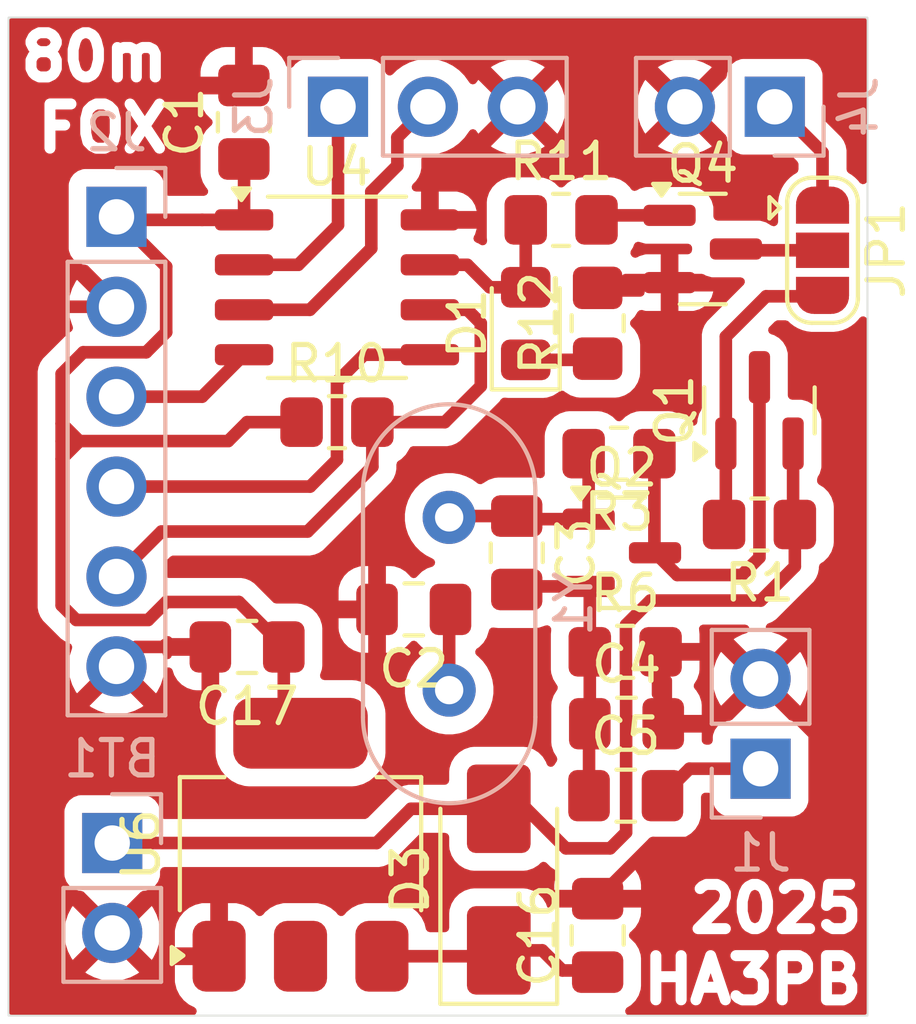
<source format=kicad_pcb>
(kicad_pcb (version 20241229) (generator "pcbnew") (generator_version "9.0")
  (layers (0 "F.Cu" signal) (2 "B.Cu" signal) (5 "F.SilkS" user "F.Silkscreen") (25 "Edge.Cuts" user))
  (net 0 "")
  (net 1 "+9V")
  (net 2 "GND")
  (net 3 "Net-(C2-Pad1)")
  (net 4 "Net-(Q2-B)")
  (net 5 "Net-(Q2-E)")
  (net 6 "Net-(J1-Pin_1)")
  (net 7 "Net-(D3-K)")
  (net 8 "+3V3")
  (net 9 "Net-(D1-A)")
  (net 10 "Net-(D1-K)")
  (net 11 "/CLK")
  (net 12 "/NRST")
  (net 13 "/DIO")
  (net 14 "/USART1_TX")
  (net 15 "/USART1_RX")
  (net 16 "Net-(Q1-D)")
  (net 17 "Net-(Q4-B)")
  (net 18 "Net-(J4-Pin_1)")
  (net 19 "Net-(JP1-B)")
  (net 20 "Net-(JP1-C)")
  (footprint "Resistor_SMD:R_0805_2012Metric_Pad1.20x1.40mm_HandSolder" (layer "F.Cu") (at 120.396 89.916 90)
    (property "Reference" "R12" (at 0 -1.65 90) (layer "F.SilkS"))
    (property "Value" "470")
    (fp_line (start -0.227064 -0.735) (end 0.227064 -0.735) (stroke (width 0.12)) (layer "F.SilkS"))
    (fp_line (start -0.227064 0.735) (end 0.227064 0.735) (stroke (width 0.12)) (layer "F.SilkS"))
    (pad "1" smd roundrect (at -1 0 90) (size 1.2 1.4) (layers "F.Cu" "F.Mask" "F.Paste") (roundrect_rratio 0.208333) (net 10 "Net-(D1-K)"))
    (pad "2" smd roundrect (at 1 0 90) (size 1.2 1.4) (layers "F.Cu" "F.Mask" "F.Paste") (roundrect_rratio 0.208333) (net 2 "GND"))
  )
  (footprint "Resistor_SMD:R_0805_2012Metric_Pad1.20x1.40mm_HandSolder" (layer "F.Cu") (at 119.364 86.995)
    (property "Reference" "R11" (at 0 -1.65 0) (layer "F.SilkS"))
    (property "Value" "2k2")
    (fp_line (start -0.227064 -0.735) (end 0.227064 -0.735) (stroke (width 0.12)) (layer "F.SilkS"))
    (fp_line (start -0.227064 0.735) (end 0.227064 0.735) (stroke (width 0.12)) (layer "F.SilkS"))
    (pad "1" smd roundrect (at -1 0) (size 1.2 1.4) (layers "F.Cu" "F.Mask" "F.Paste") (roundrect_rratio 0.208333) (net 9 "Net-(D1-A)"))
    (pad "2" smd roundrect (at 1 0) (size 1.2 1.4) (layers "F.Cu" "F.Mask" "F.Paste") (roundrect_rratio 0.208333) (net 17 "Net-(Q4-B)"))
  )
  (footprint "Jumper:SolderJumper-3_P1.3mm_Open_RoundedPad1.0x1.5mm" (layer "F.Cu") (at 126.75 87.854 -90)
    (property "Reference" "JP1" (at 0 -1.8 90) (layer "F.SilkS"))
    (property "Value" "KEY")
    (fp_line (start -1.5 1.5) (end -0.9 1.5) (stroke (width 0.12)) (layer "F.SilkS"))
    (fp_line (start -1.2 1.2) (end -1.5 1.5) (stroke (width 0.12)) (layer "F.SilkS"))
    (fp_line (start -1.2 1.2) (end -0.9 1.5) (stroke (width 0.12)) (layer "F.SilkS"))
    (fp_line (start 1.4 1) (end -1.4 1) (stroke (width 0.12)) (layer "F.SilkS"))
    (fp_line (start -2.05 0.3) (end -2.05 -0.3) (stroke (width 0.12)) (layer "F.SilkS"))
    (fp_line (start 2.05 -0.3) (end 2.05 0.3) (stroke (width 0.12)) (layer "F.SilkS"))
    (fp_line (start -1.4 -1) (end 1.4 -1) (stroke (width 0.12)) (layer "F.SilkS"))
    (fp_arc (start -1.35 1) (mid -1.844975 0.794975) (end -2.05 0.3) (stroke (width 0.12)) (layer "F.SilkS"))
    (fp_arc (start 2.05 0.3) (mid 1.844975 0.794975) (end 1.35 1) (stroke (width 0.12)) (layer "F.SilkS"))
    (fp_arc (start -2.05 -0.3) (mid -1.844975 -0.794975) (end -1.35 -1) (stroke (width 0.12)) (layer "F.SilkS"))
    (fp_arc (start 1.35 -1) (mid 1.844975 -0.794975) (end 2.05 -0.3) (stroke (width 0.12)) (layer "F.SilkS"))
    (pad "1" smd custom (at -1.3 0 270) (size 1 0.5) (layers "F.Cu" "F.Mask") (net 18 "Net-(J4-Pin_1)") (options (clearance outline) (anchor rect)) (primitives (gr_circle (center 0 0.25) (end 0.5 0.25) (width 0) (fill yes)) (gr_circle (center 0 -0.25) (end 0.5 -0.25) (width 0) (fill yes)) (gr_poly (pts (xy 0.55 0.75) (xy 0 0.75) (xy 0 -0.75) (xy 0.55 -0.75)) (width 0) (fill yes))))
    (pad "2" smd rect (at 0 0 270) (size 1 1.5) (layers "F.Cu" "F.Mask") (net 20 "Net-(JP1-C)"))
    (pad "3" smd custom (at 1.3 0 270) (size 1 0.5) (layers "F.Cu" "F.Mask") (net 19 "Net-(JP1-B)") (options (clearance outline) (anchor rect)) (primitives (gr_circle (center 0 0.25) (end 0.5 0.25) (width 0) (fill yes)) (gr_circle (center 0 -0.25) (end 0.5 -0.25) (width 0) (fill yes)) (gr_poly (pts (xy 0 0.75) (xy -0.55 0.75) (xy -0.55 -0.75) (xy 0 -0.75)) (width 0) (fill yes))))
  )
  (footprint "Capacitor_SMD:C_0805_2012Metric_Pad1.18x1.45mm_HandSolder" (layer "F.Cu") (at 110.49 99.06 180)
    (property "Reference" "C17" (at 0 -1.68 0) (layer "F.SilkS"))
    (property "Value" "10u")
    (fp_line (start -0.261252 0.735) (end 0.261252 0.735) (stroke (width 0.12)) (layer "F.SilkS"))
    (fp_line (start -0.261252 -0.735) (end 0.261252 -0.735) (stroke (width 0.12)) (layer "F.SilkS"))
    (pad "1" smd roundrect (at -1.0375 0 180) (size 1.175 1.45) (layers "F.Cu" "F.Mask" "F.Paste") (roundrect_rratio 0.212766) (net 8 "+3V3"))
    (pad "2" smd roundrect (at 1.0375 0 180) (size 1.175 1.45) (layers "F.Cu" "F.Mask" "F.Paste") (roundrect_rratio 0.212766) (net 2 "GND"))
  )
  (footprint "Package_TO_SOT_SMD:SOT-23" (layer "F.Cu") (at 121.0795 96.4)
    (property "Reference" "Q2" (at 0 -2.4 0) (layer "F.SilkS"))
    (property "Value" "BC847")
    (fp_line (start 0 -1.56) (end -0.65 -1.56) (stroke (width 0.12)) (layer "F.SilkS"))
    (fp_line (start 0 -1.56) (end 0.65 -1.56) (stroke (width 0.12)) (layer "F.SilkS"))
    (fp_line (start 0 1.56) (end -0.65 1.56) (stroke (width 0.12)) (layer "F.SilkS"))
    (fp_line (start 0 1.56) (end 0.65 1.56) (stroke (width 0.12)) (layer "F.SilkS"))
    (fp_poly (pts (xy -1.1625 -1.51) (xy -1.4025 -1.84) (xy -0.9225 -1.84)) (stroke (width 0.12)) (fill yes) (layer "F.SilkS"))
    (pad "1" smd roundrect (at -0.9375 -0.95) (size 1.475 0.6) (layers "F.Cu" "F.Mask" "F.Paste") (net 4 "Net-(Q2-B)"))
    (pad "2" smd roundrect (at -0.9375 0.95) (size 1.475 0.6) (layers "F.Cu" "F.Mask" "F.Paste") (net 5 "Net-(Q2-E)"))
    (pad "3" smd roundrect (at 0.9375 0) (size 1.475 0.6) (layers "F.Cu" "F.Mask" "F.Paste") (net 16 "Net-(Q1-D)"))
  )
  (footprint "Diode_SMD:D_SMA" (layer "F.Cu") (at 117.602 105.632 90)
    (property "Reference" "D3" (at 0 -2.5 90) (layer "F.SilkS"))
    (property "Value" "SS24")
    (fp_line (start -3.51 -1.65) (end 2 -1.65) (stroke (width 0.12)) (layer "F.SilkS"))
    (fp_line (start -3.51 -1.65) (end -3.51 1.65) (stroke (width 0.12)) (layer "F.SilkS"))
    (fp_line (start -3.51 1.65) (end 2 1.65) (stroke (width 0.12)) (layer "F.SilkS"))
    (pad "1" smd roundrect (at -2 0 90) (size 2.5 1.8) (layers "F.Cu" "F.Mask" "F.Paste") (roundrect_rratio 0.1388888889) (net 7 "Net-(D3-K)"))
    (pad "2" smd roundrect (at 2 0 90) (size 2.5 1.8) (layers "F.Cu" "F.Mask" "F.Paste") (roundrect_rratio 0.1388888889) (net 1 "+9V"))
  )
  (footprint "Capacitor_SMD:C_0805_2012Metric_Pad1.18x1.45mm_HandSolder" (layer "F.Cu") (at 110.4 84.2375 90)
    (property "Reference" "C1" (at 0 -1.68 90) (layer "F.SilkS"))
    (property "Value" "100n")
    (fp_line (start -0.261252 -0.735) (end 0.261252 -0.735) (stroke (width 0.12)) (layer "F.SilkS"))
    (fp_line (start -0.261252 0.735) (end 0.261252 0.735) (stroke (width 0.12)) (layer "F.SilkS"))
    (pad "1" smd roundrect (at -1.0375 0 90) (size 1.175 1.45) (layers "F.Cu" "F.Mask" "F.Paste") (roundrect_rratio 0.212766) (net 8 "+3V3"))
    (pad "2" smd roundrect (at 1.0375 0 90) (size 1.175 1.45) (layers "F.Cu" "F.Mask" "F.Paste") (roundrect_rratio 0.212766) (net 2 "GND"))
  )
  (footprint "Package_SO:SOP-8_3.9x4.9mm_P1.27mm" (layer "F.Cu") (at 113.03 88.9)
    (property "Reference" "U4" (at 0 -3.4 0) (layer "F.SilkS"))
    (property "Value" "~")
    (fp_line (start 0 -2.56) (end -1.95 -2.56) (stroke (width 0.12)) (layer "F.SilkS"))
    (fp_line (start 0 -2.56) (end 1.95 -2.56) (stroke (width 0.12)) (layer "F.SilkS"))
    (fp_line (start 0 2.56) (end -1.95 2.56) (stroke (width 0.12)) (layer "F.SilkS"))
    (fp_line (start 0 2.56) (end 1.95 2.56) (stroke (width 0.12)) (layer "F.SilkS"))
    (fp_poly (pts (xy -2.7 -2.465) (xy -2.94 -2.795) (xy -2.46 -2.795)) (stroke (width 0.12)) (fill yes) (layer "F.SilkS"))
    (pad "1" smd roundrect (at -2.625 -1.905) (size 1.65 0.6) (layers "F.Cu" "F.Mask" "F.Paste") (net 8 "+3V3"))
    (pad "2" smd roundrect (at -2.625 -0.635) (size 1.65 0.6) (layers "F.Cu" "F.Mask" "F.Paste") (net 14 "/USART1_TX"))
    (pad "3" smd roundrect (at -2.625 0.635) (size 1.65 0.6) (layers "F.Cu" "F.Mask" "F.Paste") (net 15 "/USART1_RX"))
    (pad "4" smd roundrect (at -2.625 1.905) (size 1.65 0.6) (layers "F.Cu" "F.Mask" "F.Paste") (net 11 "/CLK"))
    (pad "5" smd roundrect (at 2.625 1.905) (size 1.65 0.6) (layers "F.Cu" "F.Mask" "F.Paste") (net 13 "/DIO"))
    (pad "6" smd roundrect (at 2.625 0.635) (size 1.65 0.6) (layers "F.Cu" "F.Mask" "F.Paste") (net 12 "/NRST"))
    (pad "7" smd roundrect (at 2.625 -0.635) (size 1.65 0.6) (layers "F.Cu" "F.Mask" "F.Paste") (net 9 "Net-(D1-A)"))
    (pad "8" smd roundrect (at 2.625 -1.905) (size 1.65 0.6) (layers "F.Cu" "F.Mask" "F.Paste") (net 2 "GND"))
  )
  (footprint "Package_TO_SOT_SMD:SOT-223-3_TabPin2" (layer "F.Cu") (at 112 104.648 90)
    (property "Reference" "U6" (at 0 -4.5 90) (layer "F.SilkS"))
    (property "Value" "LD1117S33TR_SOT223")
    (fp_line (start 1.91 -3.41) (end 1.91 -2.15) (stroke (width 0.12)) (layer "F.SilkS"))
    (fp_line (start -1.85 -3.41) (end 1.91 -3.41) (stroke (width 0.12)) (layer "F.SilkS"))
    (fp_line (start 1.91 3.41) (end 1.91 2.15) (stroke (width 0.12)) (layer "F.SilkS"))
    (fp_line (start -1.85 3.41) (end 1.91 3.41) (stroke (width 0.12)) (layer "F.SilkS"))
    (fp_poly (pts (xy -3.13 -3.31) (xy -3.37 -3.64) (xy -2.89 -3.64) (xy -3.13 -3.31)) (stroke (width 0.12)) (fill yes) (layer "F.SilkS"))
    (pad "1" smd roundrect (at -3.15 -2.3 90) (size 2 1.5) (layers "F.Cu" "F.Mask" "F.Paste") (net 2 "GND"))
    (pad "2" smd roundrect (at -3.15 0 90) (size 2 1.5) (layers "F.Cu" "F.Mask" "F.Paste") (net 8 "+3V3"))
    (pad "2" smd roundrect (at 3.15 0 90) (size 2 3.8) (layers "F.Cu" "F.Mask" "F.Paste") (net 8 "+3V3"))
    (pad "3" smd roundrect (at -3.15 2.3 90) (size 2 1.5) (layers "F.Cu" "F.Mask" "F.Paste") (net 7 "Net-(D3-K)"))
  )
  (footprint "Resistor_SMD:R_0805_2012Metric_Pad1.20x1.40mm_HandSolder" (layer "F.Cu") (at 121.174 99.198)
    (property "Reference" "R6" (at 0 -1.65 0) (layer "F.SilkS"))
    (property "Value" "2k2")
    (fp_line (start -0.227064 -0.735) (end 0.227064 -0.735) (stroke (width 0.12)) (layer "F.SilkS"))
    (fp_line (start -0.227064 0.735) (end 0.227064 0.735) (stroke (width 0.12)) (layer "F.SilkS"))
    (pad "1" smd roundrect (at -1 0) (size 1.2 1.4) (layers "F.Cu" "F.Mask" "F.Paste") (roundrect_rratio 0.208333) (net 5 "Net-(Q2-E)"))
    (pad "2" smd roundrect (at 1 0) (size 1.2 1.4) (layers "F.Cu" "F.Mask" "F.Paste") (roundrect_rratio 0.208333) (net 2 "GND"))
  )
  (footprint "Capacitor_SMD:C_0805_2012Metric_Pad1.18x1.45mm_HandSolder" (layer "F.Cu") (at 120.396 107.2095 90)
    (property "Reference" "C16" (at 0 -1.68 90) (layer "F.SilkS"))
    (property "Value" "100n")
    (fp_line (start -0.261252 -0.735) (end 0.261252 -0.735) (stroke (width 0.12)) (layer "F.SilkS"))
    (fp_line (start -0.261252 0.735) (end 0.261252 0.735) (stroke (width 0.12)) (layer "F.SilkS"))
    (pad "1" smd roundrect (at -1.0375 0 90) (size 1.175 1.45) (layers "F.Cu" "F.Mask" "F.Paste") (roundrect_rratio 0.212766) (net 7 "Net-(D3-K)"))
    (pad "2" smd roundrect (at 1.0375 0 90) (size 1.175 1.45) (layers "F.Cu" "F.Mask" "F.Paste") (roundrect_rratio 0.212766) (net 2 "GND"))
  )
  (footprint "Capacitor_SMD:C_0805_2012Metric_Pad1.18x1.45mm_HandSolder" (layer "F.Cu") (at 121.2115 101.23)
    (property "Reference" "C4" (at 0 -1.68 0) (layer "F.SilkS"))
    (property "Value" "180p")
    (fp_line (start -0.261252 -0.735) (end 0.261252 -0.735) (stroke (width 0.12)) (layer "F.SilkS"))
    (fp_line (start -0.261252 0.735) (end 0.261252 0.735) (stroke (width 0.12)) (layer "F.SilkS"))
    (pad "1" smd roundrect (at -1.0375 0) (size 1.175 1.45) (layers "F.Cu" "F.Mask" "F.Paste") (roundrect_rratio 0.212766) (net 5 "Net-(Q2-E)"))
    (pad "2" smd roundrect (at 1.0375 0) (size 1.175 1.45) (layers "F.Cu" "F.Mask" "F.Paste") (roundrect_rratio 0.212766) (net 2 "GND"))
  )
  (footprint "Capacitor_SMD:C_0805_2012Metric_Pad1.18x1.45mm_HandSolder" (layer "F.Cu") (at 115.2 98 180)
    (property "Reference" "C2" (at 0 -1.68 0) (layer "F.SilkS"))
    (property "Value" "6p8")
    (fp_line (start -0.261252 0.735) (end 0.261252 0.735) (stroke (width 0.12)) (layer "F.SilkS"))
    (fp_line (start -0.261252 -0.735) (end 0.261252 -0.735) (stroke (width 0.12)) (layer "F.SilkS"))
    (pad "1" smd roundrect (at -1.0375 0 180) (size 1.175 1.45) (layers "F.Cu" "F.Mask" "F.Paste") (roundrect_rratio 0.212766) (net 3 "Net-(C2-Pad1)"))
    (pad "2" smd roundrect (at 1.0375 0 180) (size 1.175 1.45) (layers "F.Cu" "F.Mask" "F.Paste") (roundrect_rratio 0.212766) (net 2 "GND"))
  )
  (footprint "Package_TO_SOT_SMD:SOT-23" (layer "F.Cu") (at 124.968 92.3775 90)
    (property "Reference" "Q1" (at 0 -2.4 90) (layer "F.SilkS"))
    (property "Value" "FHK3401")
    (fp_line (start 0 -1.56) (end 0.65 -1.56) (stroke (width 0.12)) (layer "F.SilkS"))
    (fp_line (start 0 -1.56) (end -0.65 -1.56) (stroke (width 0.12)) (layer "F.SilkS"))
    (fp_line (start 0 1.56) (end 0.65 1.56) (stroke (width 0.12)) (layer "F.SilkS"))
    (fp_line (start 0 1.56) (end -0.65 1.56) (stroke (width 0.12)) (layer "F.SilkS"))
    (fp_poly (pts (xy -1.1625 -1.51) (xy -1.4025 -1.84) (xy -0.9225 -1.84)) (stroke (width 0.12)) (fill yes) (layer "F.SilkS"))
    (pad "1" smd roundrect (at -0.9375 -0.95 90) (size 1.475 0.6) (layers "F.Cu" "F.Mask" "F.Paste") (net 19 "Net-(JP1-B)"))
    (pad "2" smd roundrect (at -0.9375 0.95 90) (size 1.475 0.6) (layers "F.Cu" "F.Mask" "F.Paste") (net 1 "+9V"))
    (pad "3" smd roundrect (at 0.9375 0 90) (size 1.475 0.6) (layers "F.Cu" "F.Mask" "F.Paste") (net 16 "Net-(Q1-D)"))
  )
  (footprint "Capacitor_SMD:C_0805_2012Metric_Pad1.18x1.45mm_HandSolder" (layer "F.Cu") (at 121.19 103.262)
    (property "Reference" "C5" (at 0 -1.68 0) (layer "F.SilkS"))
    (property "Value" "180p")
    (fp_line (start -0.261252 -0.735) (end 0.261252 -0.735) (stroke (width 0.12)) (layer "F.SilkS"))
    (fp_line (start -0.261252 0.735) (end 0.261252 0.735) (stroke (width 0.12)) (layer "F.SilkS"))
    (pad "1" smd roundrect (at -1.0375 0) (size 1.175 1.45) (layers "F.Cu" "F.Mask" "F.Paste") (roundrect_rratio 0.212766) (net 5 "Net-(Q2-E)"))
    (pad "2" smd roundrect (at 1.0375 0) (size 1.175 1.45) (layers "F.Cu" "F.Mask" "F.Paste") (roundrect_rratio 0.212766) (net 6 "Net-(J1-Pin_1)"))
  )
  (footprint "LED_SMD:LED_0805_2012Metric_Pad1.15x1.40mm_HandSolder" (layer "F.Cu") (at 118.364 89.925 90)
    (property "Reference" "D1" (at 0 -1.65 90) (layer "F.SilkS"))
    (property "Value" "LED")
    (fp_line (start 1 -0.96) (end -1.86 -0.96) (stroke (width 0.12)) (layer "F.SilkS"))
    (fp_line (start -1.86 -0.96) (end -1.86 0.96) (stroke (width 0.12)) (layer "F.SilkS"))
    (fp_line (start -1.86 0.96) (end 1 0.96) (stroke (width 0.12)) (layer "F.SilkS"))
    (pad "1" smd roundrect (at -1.025 0 90) (size 1.15 1.4) (layers "F.Cu" "F.Mask" "F.Paste") (roundrect_rratio 0.217391) (net 10 "Net-(D1-K)"))
    (pad "2" smd roundrect (at 1.025 0 90) (size 1.15 1.4) (layers "F.Cu" "F.Mask" "F.Paste") (roundrect_rratio 0.217391) (net 9 "Net-(D1-A)"))
  )
  (footprint "Resistor_SMD:R_0805_2012Metric_Pad1.20x1.40mm_HandSolder" (layer "F.Cu") (at 121 93.6 180)
    (property "Reference" "R3" (at 0 -1.65 0) (layer "F.SilkS"))
    (property "Value" "220k")
    (fp_line (start -0.227064 0.735) (end 0.227064 0.735) (stroke (width 0.12)) (layer "F.SilkS"))
    (fp_line (start -0.227064 -0.735) (end 0.227064 -0.735) (stroke (width 0.12)) (layer "F.SilkS"))
    (pad "1" smd roundrect (at -1 0 180) (size 1.2 1.4) (layers "F.Cu" "F.Mask" "F.Paste") (roundrect_rratio 0.208333) (net 16 "Net-(Q1-D)"))
    (pad "2" smd roundrect (at 1 0 180) (size 1.2 1.4) (layers "F.Cu" "F.Mask" "F.Paste") (roundrect_rratio 0.208333) (net 4 "Net-(Q2-B)"))
  )
  (footprint "Resistor_SMD:R_0805_2012Metric_Pad1.20x1.40mm_HandSolder" (layer "F.Cu") (at 113.03 92.71)
    (property "Reference" "R10" (at 0 -1.65 0) (layer "F.SilkS"))
    (property "Value" "10k")
    (fp_line (start -0.227064 -0.735) (end 0.227064 -0.735) (stroke (width 0.12)) (layer "F.SilkS"))
    (fp_line (start -0.227064 0.735) (end 0.227064 0.735) (stroke (width 0.12)) (layer "F.SilkS"))
    (pad "1" smd roundrect (at -1 0) (size 1.2 1.4) (layers "F.Cu" "F.Mask" "F.Paste") (roundrect_rratio 0.208333) (net 8 "+3V3"))
    (pad "2" smd roundrect (at 1 0) (size 1.2 1.4) (layers "F.Cu" "F.Mask" "F.Paste") (roundrect_rratio 0.208333) (net 12 "/NRST"))
  )
  (footprint "Capacitor_SMD:C_0805_2012Metric_Pad1.18x1.45mm_HandSolder" (layer "F.Cu") (at 118.11 96.4 -90)
    (property "Reference" "C3" (at 0 -1.68 90) (layer "F.SilkS"))
    (property "Value" "180p")
    (fp_line (start -0.261252 0.735) (end 0.261252 0.735) (stroke (width 0.12)) (layer "F.SilkS"))
    (fp_line (start -0.261252 -0.735) (end 0.261252 -0.735) (stroke (width 0.12)) (layer "F.SilkS"))
    (pad "1" smd roundrect (at -1.0375 0 270) (size 1.175 1.45) (layers "F.Cu" "F.Mask" "F.Paste") (roundrect_rratio 0.212766) (net 4 "Net-(Q2-B)"))
    (pad "2" smd roundrect (at 1.0375 0 270) (size 1.175 1.45) (layers "F.Cu" "F.Mask" "F.Paste") (roundrect_rratio 0.212766) (net 5 "Net-(Q2-E)"))
  )
  (footprint "Package_TO_SOT_SMD:SOT-23" (layer "F.Cu") (at 123.3655 87.818)
    (property "Reference" "Q4" (at 0 -2.4 0) (layer "F.SilkS"))
    (property "Value" "BC847")
    (fp_line (start 0 -1.56) (end -0.65 -1.56) (stroke (width 0.12)) (layer "F.SilkS"))
    (fp_line (start 0 -1.56) (end 0.65 -1.56) (stroke (width 0.12)) (layer "F.SilkS"))
    (fp_line (start 0 1.56) (end -0.65 1.56) (stroke (width 0.12)) (layer "F.SilkS"))
    (fp_line (start 0 1.56) (end 0.65 1.56) (stroke (width 0.12)) (layer "F.SilkS"))
    (fp_poly (pts (xy -1.1625 -1.51) (xy -1.4025 -1.84) (xy -0.9225 -1.84)) (stroke (width 0.12)) (fill yes) (layer "F.SilkS"))
    (pad "1" smd roundrect (at -0.9375 -0.95) (size 1.475 0.6) (layers "F.Cu" "F.Mask" "F.Paste") (net 17 "Net-(Q4-B)"))
    (pad "2" smd roundrect (at -0.9375 0.95) (size 1.475 0.6) (layers "F.Cu" "F.Mask" "F.Paste") (net 2 "GND"))
    (pad "3" smd roundrect (at 0.9375 0) (size 1.475 0.6) (layers "F.Cu" "F.Mask" "F.Paste") (net 20 "Net-(JP1-C)"))
  )
  (footprint "Resistor_SMD:R_0805_2012Metric_Pad1.20x1.40mm_HandSolder" (layer "F.Cu") (at 124.968 95.601 180)
    (property "Reference" "R1" (at 0 -1.65 0) (layer "F.SilkS"))
    (property "Value" "220k")
    (fp_line (start -0.227064 0.735) (end 0.227064 0.735) (stroke (width 0.12)) (layer "F.SilkS"))
    (fp_line (start -0.227064 -0.735) (end 0.227064 -0.735) (stroke (width 0.12)) (layer "F.SilkS"))
    (pad "1" smd roundrect (at -1 0 180) (size 1.2 1.4) (layers "F.Cu" "F.Mask" "F.Paste") (roundrect_rratio 0.208333) (net 1 "+9V"))
    (pad "2" smd roundrect (at 1 0 180) (size 1.2 1.4) (layers "F.Cu" "F.Mask" "F.Paste") (roundrect_rratio 0.208333) (net 19 "Net-(JP1-B)"))
  )
  (footprint "Connector_PinHeader_2.54mm:PinHeader_1x02_P2.54mm_Vertical" (layer "B.Cu") (at 125 102.5)
    (property "Reference" "J1" (at 0 2.38 0) (layer "B.SilkS") (effects (justify mirror)))
    (property "Value" "ANT")
    (fp_line (start -1.38 -3.92) (end 1.38 -3.92) (stroke (width 0.12)) (layer "B.SilkS"))
    (fp_line (start -1.38 -1.27) (end -1.38 -3.92) (stroke (width 0.12)) (layer "B.SilkS"))
    (fp_line (start -1.38 -1.27) (end 1.38 -1.27) (stroke (width 0.12)) (layer "B.SilkS"))
    (fp_line (start -1.38 0) (end -1.38 1.38) (stroke (width 0.12)) (layer "B.SilkS"))
    (fp_line (start -1.38 1.38) (end 0 1.38) (stroke (width 0.12)) (layer "B.SilkS"))
    (fp_line (start 1.38 -1.27) (end 1.38 -3.92) (stroke (width 0.12)) (layer "B.SilkS"))
    (pad "1" thru_hole rect (at 0 0) (size 1.7 1.7) (drill 1) (layers "*.Cu" "*.Mask") (net 6 "Net-(J1-Pin_1)"))
    (pad "2" thru_hole circle (at 0 -2.54) (size 1.7 1.7) (drill 1) (layers "*.Cu" "*.Mask") (net 2 "GND"))
  )
  (footprint "Connector_PinHeader_2.54mm:PinHeader_1x06_P2.54mm_Vertical" (layer "B.Cu") (at 106.8 86.91 180)
    (property "Reference" "J2" (at 0 2.38 0) (layer "B.SilkS") (effects (justify mirror)))
    (property "Value" "PROG")
    (fp_line (start 1.38 -1.27) (end 1.38 -14.08) (stroke (width 0.12)) (layer "B.SilkS"))
    (fp_line (start -1.38 1.38) (end 0 1.38) (stroke (width 0.12)) (layer "B.SilkS"))
    (fp_line (start -1.38 0) (end -1.38 1.38) (stroke (width 0.12)) (layer "B.SilkS"))
    (fp_line (start -1.38 -1.27) (end 1.38 -1.27) (stroke (width 0.12)) (layer "B.SilkS"))
    (fp_line (start -1.38 -1.27) (end -1.38 -14.08) (stroke (width 0.12)) (layer "B.SilkS"))
    (fp_line (start -1.38 -14.08) (end 1.38 -14.08) (stroke (width 0.12)) (layer "B.SilkS"))
    (pad "1" thru_hole rect (at 0 0 180) (size 1.7 1.7) (drill 1) (layers "*.Cu" "*.Mask") (net 8 "+3V3"))
    (pad "2" thru_hole circle (at 0 -2.54 180) (size 1.7 1.7) (drill 1) (layers "*.Cu" "*.Mask") (net 2 "GND"))
    (pad "3" thru_hole circle (at 0 -5.08 180) (size 1.7 1.7) (drill 1) (layers "*.Cu" "*.Mask") (net 11 "/CLK"))
    (pad "4" thru_hole circle (at 0 -7.62 180) (size 1.7 1.7) (drill 1) (layers "*.Cu" "*.Mask") (net 13 "/DIO"))
    (pad "5" thru_hole circle (at 0 -10.16 180) (size 1.7 1.7) (drill 1) (layers "*.Cu" "*.Mask") (net 12 "/NRST"))
    (pad "6" thru_hole circle (at 0 -12.7 180) (size 1.7 1.7) (drill 1) (layers "*.Cu" "*.Mask") (net 2 "GND"))
  )
  (footprint "Connector_PinHeader_2.54mm:PinHeader_1x02_P2.54mm_Vertical" (layer "B.Cu") (at 106.68 104.6 180)
    (property "Reference" "BT1" (at 0 2.38 0) (layer "B.SilkS") (effects (justify mirror)))
    (property "Value" "9V")
    (fp_line (start 1.38 -1.27) (end 1.38 -3.92) (stroke (width 0.12)) (layer "B.SilkS"))
    (fp_line (start -1.38 1.38) (end 0 1.38) (stroke (width 0.12)) (layer "B.SilkS"))
    (fp_line (start -1.38 0) (end -1.38 1.38) (stroke (width 0.12)) (layer "B.SilkS"))
    (fp_line (start -1.38 -1.27) (end 1.38 -1.27) (stroke (width 0.12)) (layer "B.SilkS"))
    (fp_line (start -1.38 -1.27) (end -1.38 -3.92) (stroke (width 0.12)) (layer "B.SilkS"))
    (fp_line (start -1.38 -3.92) (end 1.38 -3.92) (stroke (width 0.12)) (layer "B.SilkS"))
    (pad "1" thru_hole rect (at 0 0 180) (size 1.7 1.7) (drill 1) (layers "*.Cu" "*.Mask") (net 1 "+9V"))
    (pad "2" thru_hole circle (at 0 -2.54 180) (size 1.7 1.7) (drill 1) (layers "*.Cu" "*.Mask") (net 2 "GND"))
  )
  (footprint "Crystal:Crystal_HC49-4H_Vertical" (layer "B.Cu") (at 116.2 100.28 90)
    (property "Reference" "Y1" (at 2.44 3.52 90) (layer "B.SilkS") (effects (justify mirror)))
    (property "Value" "3579kHz")
    (fp_line (start -0.76 -2.435) (end 5.64 -2.435) (stroke (width 0.12)) (layer "B.SilkS"))
    (fp_line (start -0.76 2.435) (end 5.64 2.435) (stroke (width 0.12)) (layer "B.SilkS"))
    (fp_arc (start 5.64 -2.435) (mid 8.075 0) (end 5.64 2.435) (stroke (width 0.12)) (layer "B.SilkS"))
    (fp_arc (start -0.76 2.435) (mid -3.195 0) (end -0.76 -2.435) (stroke (width 0.12)) (layer "B.SilkS"))
    (pad "1" thru_hole circle (at 0 0 90) (size 1.5 1.5) (drill 0.8) (layers "*.Cu" "*.Mask") (net 3 "Net-(C2-Pad1)"))
    (pad "2" thru_hole circle (at 4.88 0 90) (size 1.5 1.5) (drill 0.8) (layers "*.Cu" "*.Mask") (net 4 "Net-(Q2-B)"))
  )
  (footprint "Connector_PinHeader_2.54mm:PinHeader_1x02_P2.54mm_Vertical" (layer "B.Cu") (at 125.4 83.8 90)
    (property "Reference" "J4" (at 0 2.38 90) (layer "B.SilkS") (effects (justify mirror)))
    (property "Value" "KEY")
    (fp_line (start -1.38 -3.92) (end 1.38 -3.92) (stroke (width 0.12)) (layer "B.SilkS"))
    (fp_line (start 1.38 -1.27) (end 1.38 -3.92) (stroke (width 0.12)) (layer "B.SilkS"))
    (fp_line (start -1.38 -1.27) (end -1.38 -3.92) (stroke (width 0.12)) (layer "B.SilkS"))
    (fp_line (start -1.38 -1.27) (end 1.38 -1.27) (stroke (width 0.12)) (layer "B.SilkS"))
    (fp_line (start -1.38 0) (end -1.38 1.38) (stroke (width 0.12)) (layer "B.SilkS"))
    (fp_line (start -1.38 1.38) (end 0 1.38) (stroke (width 0.12)) (layer "B.SilkS"))
    (pad "1" thru_hole rect (at 0 0 90) (size 1.7 1.7) (drill 1) (layers "*.Cu" "*.Mask") (net 18 "Net-(J4-Pin_1)"))
    (pad "2" thru_hole circle (at 0 -2.54 90) (size 1.7 1.7) (drill 1) (layers "*.Cu" "*.Mask") (net 2 "GND"))
  )
  (footprint "Connector_PinHeader_2.54mm:PinHeader_1x03_P2.54mm_Vertical" (layer "B.Cu") (at 113.06 83.8 -90)
    (property "Reference" "J3" (at 0 2.38 90) (layer "B.SilkS") (effects (justify mirror)))
    (property "Value" "UART")
    (fp_line (start -1.38 1.38) (end 0 1.38) (stroke (width 0.12)) (layer "B.SilkS"))
    (fp_line (start -1.38 0) (end -1.38 1.38) (stroke (width 0.12)) (layer "B.SilkS"))
    (fp_line (start -1.38 -1.27) (end 1.38 -1.27) (stroke (width 0.12)) (layer "B.SilkS"))
    (fp_line (start -1.38 -1.27) (end -1.38 -6.46) (stroke (width 0.12)) (layer "B.SilkS"))
    (fp_line (start 1.38 -1.27) (end 1.38 -6.46) (stroke (width 0.12)) (layer "B.SilkS"))
    (fp_line (start -1.38 -6.46) (end 1.38 -6.46) (stroke (width 0.12)) (layer "B.SilkS"))
    (pad "1" thru_hole rect (at 0 0 270) (size 1.7 1.7) (drill 1) (layers "*.Cu" "*.Mask") (net 14 "/USART1_TX"))
    (pad "2" thru_hole circle (at 0 -2.54 270) (size 1.7 1.7) (drill 1) (layers "*.Cu" "*.Mask") (net 15 "/USART1_RX"))
    (pad "3" thru_hole circle (at 0 -5.08 270) (size 1.7 1.7) (drill 1) (layers "*.Cu" "*.Mask") (net 2 "GND"))
  )
  (gr_rect (start 103.75 81.28) (end 128.02 109.474) (stroke (width 0.05)) (fill no) (layer "Edge.Cuts"))
  (gr_text "2025\nHA3PB" (at 128.02 109.2 0) (layer "F.Cu" knockout) (effects (font (size 1.25 1.25) (thickness 0.3125) (bold yes)) (justify right bottom)))
  (gr_text "80m\nFOX" (at 108.4 85.14 0) (layer "F.Cu" knockout) (effects (font (size 1.25 1.25) (thickness 0.3125) (bold yes)) (justify right bottom)))
  (segment (start 125.00475 97.75) (end 121.883416 97.75) (width 0.3556) (layer "F.Cu") (net 1))
  (segment (start 115.118 103.632) (end 117.602 103.632) (width 0.3556) (layer "F.Cu") (net 1))
  (segment (start 121.1952 98.480616) (end 121.1952 99.915384) (width 0.3556) (layer "F.Cu") (net 1))
  (segment (start 106.68 104.6) (end 114.15 104.6) (width 0.3556) (layer "F.Cu") (net 1))
  (segment (start 125.968 95.601) (end 125.968 96.78675) (width 0.3556) (layer "F.Cu") (net 1))
  (segment (start 121.2 99.920184) (end 121.2 104.3) (width 0.3556) (layer "F.Cu") (net 1))
  (segment (start 119.5 104.75) (end 118.382 103.632) (width 0.3556) (layer "F.Cu") (net 1))
  (segment (start 114.15 104.6) (end 115.118 103.632) (width 0.3556) (layer "F.Cu") (net 1))
  (segment (start 118.382 103.632) (end 117.602 103.632) (width 0.3556) (layer "F.Cu") (net 1))
  (segment (start 121.2 98.433416) (end 121.2 98.475816) (width 0.3556) (layer "F.Cu") (net 1))
  (segment (start 125.968 96.78675) (end 125.00475 97.75) (width 0.3556) (layer "F.Cu") (net 1))
  (segment (start 125.918 95.569) (end 125.886 95.601) (width 0.3556) (layer "F.Cu") (net 1))
  (segment (start 125.918 93.315) (end 125.918 95.569) (width 0.3556) (layer "F.Cu") (net 1))
  (segment (start 121.2 98.475816) (end 121.1952 98.480616) (width 0.3556) (layer "F.Cu") (net 1))
  (segment (start 120.75 104.75) (end 119.5 104.75) (width 0.3556) (layer "F.Cu") (net 1))
  (segment (start 121.1952 99.915384) (end 121.2 99.920184) (width 0.3556) (layer "F.Cu") (net 1))
  (segment (start 121.883416 97.75) (end 121.2 98.433416) (width 0.3556) (layer "F.Cu") (net 1))
  (segment (start 121.2 104.3) (end 120.75 104.75) (width 0.3556) (layer "F.Cu") (net 1))
  (segment (start 126 104.6) (end 126.6 104) (width 0.3556) (layer "F.Cu") (net 2))
  (segment (start 121.968 104.6) (end 126 104.6) (width 0.3556) (layer "F.Cu") (net 2))
  (segment (start 109.4525 99.06) (end 107.35 99.06) (width 0.3556) (layer "F.Cu") (net 2))
  (segment (start 120.544 88.768) (end 120.396 88.916) (width 0.3556) (layer "F.Cu") (net 2))
  (segment (start 126.6 101.6) (end 125 100) (width 0.3556) (layer "F.Cu") (net 2))
  (segment (start 122.249 99.273) (end 122.174 99.198) (width 0.3556) (layer "F.Cu") (net 2))
  (segment (start 126.6 104) (end 126.6 101.6) (width 0.3556) (layer "F.Cu") (net 2))
  (segment (start 107.35 99.06) (end 106.8 99.61) (width 0.3556) (layer "F.Cu") (net 2))
  (segment (start 122.249 101.23) (end 122.249 99.273) (width 0.3556) (layer "F.Cu") (net 2))
  (segment (start 120.396 106.172) (end 121.968 104.6) (width 0.3556) (layer "F.Cu") (net 2))
  (segment (start 106.8 89.45) (end 105.45 89.45) (width 0.3556) (layer "F.Cu") (net 2))
  (segment (start 125 100) (end 125 99.96) (width 0.3556) (layer "F.Cu") (net 2))
  (segment (start 122.428 88.768) (end 120.544 88.768) (width 0.3556) (layer "F.Cu") (net 2))
  (segment (start 116.2 100.28) (end 116.2 98.0375) (width 0.3556) (layer "F.Cu") (net 3))
  (segment (start 116.2 98.0375) (end 116.2375 98) (width 0.3556) (layer "F.Cu") (net 3))
  (segment (start 118.11 95.3625) (end 116.2375 95.3625) (width 0.3556) (layer "F.Cu") (net 4))
  (segment (start 116.2375 95.3625) (end 116.2 95.4) (width 0.3556) (layer "F.Cu") (net 4))
  (segment (start 120.142 95.45) (end 120.142 93.658) (width 0.3556) (layer "F.Cu") (net 4))
  (segment (start 118.1975 95.45) (end 118.11 95.3625) (width 0.3556) (layer "F.Cu") (net 4))
  (segment (start 120.142 93.658) (end 120.2 93.6) (width 0.3556) (layer "F.Cu") (net 4))
  (segment (start 120.142 95.45) (end 118.1975 95.45) (width 0.3556) (layer "F.Cu") (net 4))
  (segment (start 120.174 101.23) (end 120.174 99.198) (width 0.3556) (layer "F.Cu") (net 5))
  (segment (start 118.2225 97.35) (end 118.11 97.2375) (width 0.3556) (layer "F.Cu") (net 5))
  (segment (start 120.174 97.382) (end 120.142 97.35) (width 0.3556) (layer "F.Cu") (net 5))
  (segment (start 120.1525 103.262) (end 120.1525 101.2515) (width 0.3556) (layer "F.Cu") (net 5))
  (segment (start 120.142 97.35) (end 118.2225 97.35) (width 0.3556) (layer "F.Cu") (net 5))
  (segment (start 120.174 99.198) (end 120.174 97.382) (width 0.3556) (layer "F.Cu") (net 5))
  (segment (start 118.11 97.175) (end 117.602 97.175) (width 0.3556) (layer "F.Cu") (net 5))
  (segment (start 120.1525 101.2515) (end 120.174 101.23) (width 0.3556) (layer "F.Cu") (net 5))
  (segment (start 125 102.5) (end 122.9895 102.5) (width 0.3556) (layer "F.Cu") (net 6))
  (segment (start 122.9895 102.5) (end 122.2275 103.262) (width 0.3556) (layer "F.Cu") (net 6))
  (segment (start 119.4 108.2) (end 118.832 107.632) (width 0.3556) (layer "F.Cu") (net 7))
  (segment (start 117.436 107.798) (end 117.602 107.632) (width 0.3556) (layer "F.Cu") (net 7))
  (segment (start 120.396 108.247) (end 120.349 108.2) (width 0.3556) (layer "F.Cu") (net 7))
  (segment (start 118.832 107.632) (end 117.602 107.632) (width 0.3556) (layer "F.Cu") (net 7))
  (segment (start 120.349 108.2) (end 119.4 108.2) (width 0.3556) (layer "F.Cu") (net 7))
  (segment (start 114.3 107.798) (end 117.436 107.798) (width 0.3556) (layer "F.Cu") (net 7))
  (segment (start 105.25 92.75) (end 105.25 91.346) (width 0.3556) (layer "F.Cu") (net 8))
  (segment (start 110.405 85.28) (end 110.4 85.275) (width 0.3556) (layer "F.Cu") (net 8))
  (segment (start 105.25 97.884) (end 105.25 93.75) (width 0.3556) (layer "F.Cu") (net 8))
  (segment (start 105.75 93.2442) (end 109.9558 93.2442) (width 0.3556) (layer "F.Cu") (net 8))
  (segment (start 105.25 91.346) (end 105.8602 90.7358) (width 0.3556) (layer "F.Cu") (net 8))
  (segment (start 105.6648 98.2988) (end 105.25 97.884) (width 0.3556) (layer "F.Cu") (net 8))
  (segment (start 108.204 97.79) (end 107.6952 98.2988) (width 0.3556) (layer "F.Cu") (net 8))
  (segment (start 110.405 86.995) (end 110.405 85.28) (width 0.3556) (layer "F.Cu") (net 8))
  (segment (start 111.5275 99.06) (end 110.2575 97.79) (width 0.3556) (layer "F.Cu") (net 8))
  (segment (start 105.2558 93.2442) (end 105.75 93.2442) (width 0.3556) (layer "F.Cu") (net 8))
  (segment (start 110.405 86.995) (end 109.22 86.995) (width 0.3556) (layer "F.Cu") (net 8))
  (segment (start 111.5275 100.7575) (end 112.268 101.498) (width 0.3556) (layer "F.Cu") (net 8))
  (segment (start 108.204 88.314) (end 106.8 86.91) (width 0.3556) (layer "F.Cu") (net 8))
  (segment (start 109.22 86.995) (end 106.885 86.995) (width 0.3556) (layer "F.Cu") (net 8))
  (segment (start 107.6952 98.2988) (end 105.6648 98.2988) (width 0.3556) (layer "F.Cu") (net 8))
  (segment (start 110.2575 97.79) (end 108.204 97.79) (width 0.3556) (layer "F.Cu") (net 8))
  (segment (start 109.9558 93.2442) (end 110.49 92.71) (width 0.3556) (layer "F.Cu") (net 8))
  (segment (start 105.75 93.2442) (end 105.75 93.25) (width 0.3556) (layer "F.Cu") (net 8))
  (segment (start 105.25 92.75) (end 105.2558 92.75) (width 0.3556) (layer "F.Cu") (net 8))
  (segment (start 107.6382 90.7358) (end 108.204 90.17) (width 0.3556) (layer "F.Cu") (net 8))
  (segment (start 108.204 90.17) (end 108.204 88.314) (width 0.3556) (layer "F.Cu") (net 8))
  (segment (start 106.885 86.995) (end 106.8 86.91) (width 0.3556) (layer "F.Cu") (net 8))
  (segment (start 111.5275 99.06) (end 111.5275 100.7575) (width 0.3556) (layer "F.Cu") (net 8))
  (segment (start 105.25 93.25) (end 105.2558 93.2442) (width 0.3556) (layer "F.Cu") (net 8))
  (segment (start 105.25 93.75) (end 105.25 92.75) (width 0.3556) (layer "F.Cu") (net 8))
  (segment (start 105.8602 90.7358) (end 107.6382 90.7358) (width 0.3556) (layer "F.Cu") (net 8))
  (segment (start 110.49 92.71) (end 112.03 92.71) (width 0.3556) (layer "F.Cu") (net 8))
  (segment (start 105.75 93.25) (end 105.25 93.75) (width 0.3556) (layer "F.Cu") (net 8))
  (segment (start 105.2558 92.75) (end 105.75 93.2442) (width 0.3556) (layer "F.Cu") (net 8))
  (segment (start 116.713 88.265) (end 115.655 88.265) (width 0.3556) (layer "F.Cu") (net 9))
  (segment (start 118.364 88.9) (end 118.364 86.995) (width 0.3556) (layer "F.Cu") (net 9))
  (segment (start 117.348 88.9) (end 116.713 88.265) (width 0.3556) (layer "F.Cu") (net 9))
  (segment (start 118.364 88.9) (end 117.348 88.9) (width 0.3556) (layer "F.Cu") (net 9))
  (segment (start 120.362 90.95) (end 120.396 90.916) (width 0.3556) (layer "F.Cu") (net 10))
  (segment (start 118.364 90.95) (end 120.362 90.95) (width 0.3556) (layer "F.Cu") (net 10))
  (segment (start 109.22 91.99) (end 110.405 90.805) (width 0.3556) (layer "F.Cu") (net 11))
  (segment (start 106.8 91.99) (end 109.22 91.99) (width 0.3556) (layer "F.Cu") (net 11))
  (segment (start 116.078 92.71) (end 114.03 92.71) (width 0.3556) (layer "F.Cu") (net 12))
  (segment (start 117.094 89.916) (end 117.094 91.694) (width 0.3556) (layer "F.Cu") (net 12))
  (segment (start 114.03 93.97) (end 114.03 92.71) (width 0.3556) (layer "F.Cu") (net 12))
  (segment (start 117.094 91.694) (end 116.078 92.71) (width 0.3556) (layer "F.Cu") (net 12))
  (segment (start 115.655 89.535) (end 116.713 89.535) (width 0.3556) (layer "F.Cu") (net 12))
  (segment (start 108.07 95.8) (end 112.2 95.8) (width 0.3556) (layer "F.Cu") (net 12))
  (segment (start 116.713 89.535) (end 117.094 89.916) (width 0.3556) (layer "F.Cu") (net 12))
  (segment (start 106.8 97.07) (end 108.07 95.8) (width 0.3556) (layer "F.Cu") (net 12))
  (segment (start 112.2 95.8) (end 114.03 93.97) (width 0.3556) (layer "F.Cu") (net 12))
  (segment (start 106.8 94.53) (end 112.27 94.53) (width 0.3556) (layer "F.Cu") (net 13))
  (segment (start 113.03 91.57) (end 113.795 90.805) (width 0.3556) (layer "F.Cu") (net 13))
  (segment (start 113.795 90.805) (end 115.655 90.805) (width 0.3556) (layer "F.Cu") (net 13))
  (segment (start 113.03 93.77) (end 113.03 91.57) (width 0.3556) (layer "F.Cu") (net 13))
  (segment (start 112.27 94.53) (end 113.03 93.77) (width 0.3556) (layer "F.Cu") (net 13))
  (segment (start 113.06 87.14) (end 113.06 83.8) (width 0.3556) (layer "F.Cu") (net 14))
  (segment (start 110.405 88.265) (end 111.935 88.265) (width 0.3556) (layer "F.Cu") (net 14))
  (segment (start 111.935 88.265) (end 113.06 87.14) (width 0.3556) (layer "F.Cu") (net 14))
  (segment (start 114.736504 85.463496) (end 114 86.2) (width 0.3556) (layer "F.Cu") (net 15))
  (segment (start 115.6 83.8) (end 114.736504 84.663496) (width 0.3556) (layer "F.Cu") (net 15))
  (segment (start 114 87.8) (end 112.265 89.535) (width 0.3556) (layer "F.Cu") (net 15))
  (segment (start 114 86.2) (end 114 87.8) (width 0.3556) (layer "F.Cu") (net 15))
  (segment (start 114.736504 84.663496) (end 114.736504 85.463496) (width 0.3556) (layer "F.Cu") (net 15))
  (segment (start 112.265 89.535) (end 110.405 89.535) (width 0.3556) (layer "F.Cu") (net 15))
  (segment (start 124.968 96.532) (end 124.968 91.44) (width 0.3556) (layer "F.Cu") (net 16))
  (segment (start 122 96.383) (end 122.017 96.4) (width 0.3556) (layer "F.Cu") (net 16))
  (segment (start 122.017 96.4) (end 122.645 97.028) (width 0.3556) (layer "F.Cu") (net 16))
  (segment (start 122.645 97.028) (end 124.472 97.028) (width 0.3556) (layer "F.Cu") (net 16))
  (segment (start 122 93.6) (end 122 96.383) (width 0.3556) (layer "F.Cu") (net 16))
  (segment (start 124.472 97.028) (end 124.968 96.532) (width 0.3556) (layer "F.Cu") (net 16))
  (segment (start 122.428 86.868) (end 120.491 86.868) (width 0.3556) (layer "F.Cu") (net 17))
  (segment (start 120.491 86.868) (end 120.364 86.995) (width 0.3556) (layer "F.Cu") (net 17))
  (segment (start 126.75 85.094) (end 126.75 86.554) (width 0.3556) (layer "F.Cu") (net 18))
  (segment (start 125.476 83.82) (end 126.75 85.094) (width 0.3556) (layer "F.Cu") (net 18))
  (segment (start 124.018 95.551) (end 123.968 95.601) (width 0.3556) (layer "F.Cu") (net 19))
  (segment (start 125.157 89.154) (end 124.018 90.293) (width 0.3556) (layer "F.Cu") (net 19))
  (segment (start 124.018 93.315) (end 124.018 95.551) (width 0.3556) (layer "F.Cu") (net 19))
  (segment (start 126.75 89.154) (end 125.157 89.154) (width 0.3556) (layer "F.Cu") (net 19))
  (segment (start 124.018 90.293) (end 124.018 93.315) (width 0.3556) (layer "F.Cu") (net 19))
  (segment (start 126.746 87.854) (end 124.339 87.854) (width 0.3556) (layer "F.Cu") (net 20))
  (segment (start 124.339 87.854) (end 124.303 87.818) (width 0.3556) (layer "F.Cu") (net 20))
  (zone (net 2) (net_name "GND") (layer "F.Cu") (connect_pads (clearance 0.5)) (min_thickness 0.25) (fill yes (thermal_gap 0.5) (thermal_bridge_width 0.5))
    (polygon (pts (xy 103.75 81.28) (xy 128.02 81.28) (xy 128.02 109.474) (xy 103.75 109.474)))
  )
)
</source>
